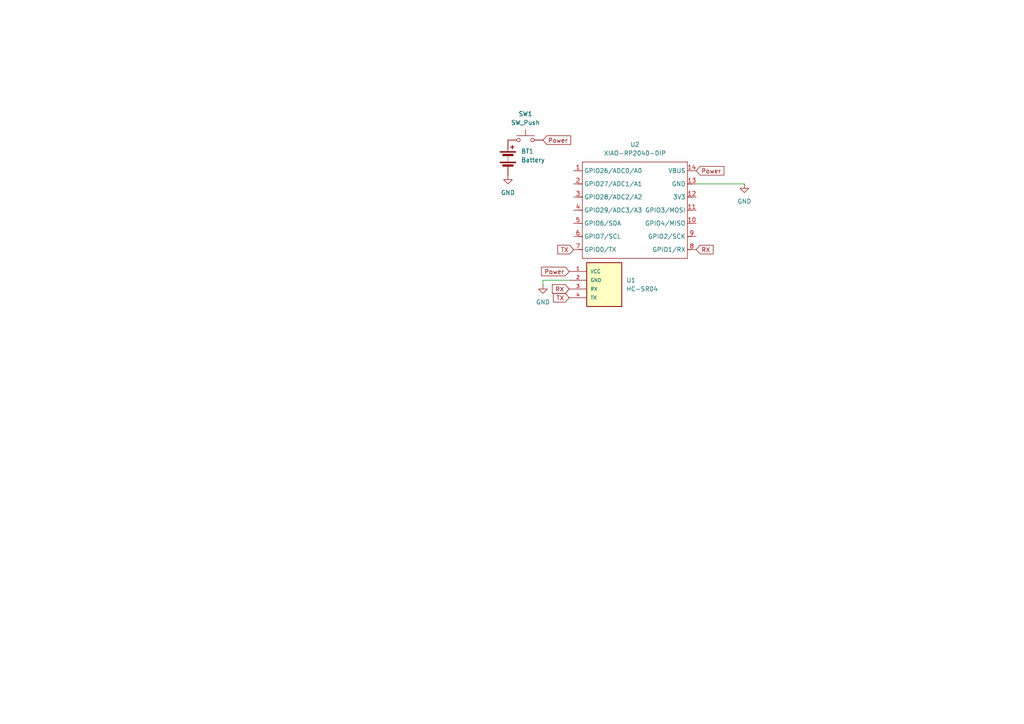
<source format=kicad_sch>
(kicad_sch (version 20250114) (generator "eeschema") (generator_version "9.0")
  (paper "A4")
  (lib_symbols
    (symbol "Device:Battery" (pin_numbers (hide yes)) (pin_names (offset 0) (hide yes))
      (property "Reference" "BT" (at 2.54 2.54 0))
      (property "Value" "Battery" (at 2.54 0 0))
      (symbol "Battery_0_1"
        (rectangle (start -2.286 1.778) (end 2.286 1.524) (fill (type outline)))
        (rectangle (start -2.286 -1.27) (end 2.286 -1.524) (fill (type outline)))
        (rectangle (start -1.524 1.016) (end 1.524 0.508) (fill (type outline)))
        (rectangle (start -1.524 -2.032) (end 1.524 -2.54) (fill (type outline)))
        (polyline (pts (xy 0 1.778) (xy 0 2.54)))
        (polyline (pts (xy 0 0) (xy 0 0.254)))
        (polyline (pts (xy 0 -0.508) (xy 0 -0.254)))
        (polyline (pts (xy 0 -1.016) (xy 0 -0.762)))
        (polyline (pts (xy 0.762 3.048) (xy 1.778 3.048)) (stroke (width 0.254)))
        (polyline (pts (xy 1.27 3.556) (xy 1.27 2.54)) (stroke (width 0.254)))
      )
      (symbol "Battery_1_1"
        (pin passive line (at 0 5.08 270) (length 2.54) (name "+") (number "1"))
        (pin passive line (at 0 -5.08 90) (length 2.54) (name "-") (number "2"))
      )
    )
    (symbol "HC-SR04:HC-SR04" (pin_names (offset 1.016))
      (property "Reference" "U1" (at 11.43 0.0001 0))
      (property "Value" "HC-SR04" (at 11.43 -2.5399 0))
      (symbol "HC-SR04_0_0"
        (rectangle (start 0 -7.62) (end 10.16 5.08) (stroke (width 0.254)) (fill (type background)))
        (pin power_in line (at -5.08 2.54 0) (length 5.08) (name "VCC") (number "1"))
      )
      (symbol "HC-SR04_1_0"
        (pin bidirectional line (at -5.08 0 0) (length 5.08) (name "GND") (number "2"))
        (pin bidirectional line (at -5.08 -2.54 0) (length 5.08) (name "RX") (number "3"))
        (pin power_in line (at -5.08 -5.08 0) (length 5.08) (name "TX") (number "4"))
      )
    )
    (symbol "Seeed_Studio_XIAO_Series:XIAO-RP2040-DIP"
      (property "Reference" "U" (at 0 0 0))
      (property "Value" "XIAO-RP2040-DIP" (at 5.334 -1.778 0))
      (symbol "XIAO-RP2040-DIP_1_0"
        (polyline (pts (xy -1.27 -2.54) (xy 29.21 -2.54)) (stroke (width 0.1524)))
        (polyline (pts (xy -1.27 -5.08) (xy -2.54 -5.08)) (stroke (width 0.1524)))
        (polyline (pts (xy -1.27 -5.08) (xy -1.27 -2.54)) (stroke (width 0.1524)))
        (polyline (pts (xy -1.27 -8.89) (xy -2.54 -8.89)) (stroke (width 0.1524)))
        (polyline (pts (xy -1.27 -8.89) (xy -1.27 -5.08)) (stroke (width 0.1524)))
        (polyline (pts (xy -1.27 -12.7) (xy -2.54 -12.7)) (stroke (width 0.1524)))
        (polyline (pts (xy -1.27 -12.7) (xy -1.27 -8.89)) (stroke (width 0.1524)))
        (polyline (pts (xy -1.27 -16.51) (xy -2.54 -16.51)) (stroke (width 0.1524)))
        (polyline (pts (xy -1.27 -16.51) (xy -1.27 -12.7)) (stroke (width 0.1524)))
        (polyline (pts (xy -1.27 -20.32) (xy -2.54 -20.32)) (stroke (width 0.1524)))
        (polyline (pts (xy -1.27 -24.13) (xy -2.54 -24.13)) (stroke (width 0.1524)))
        (polyline (pts (xy -1.27 -27.94) (xy -2.54 -27.94)) (stroke (width 0.1524)))
        (polyline (pts (xy -1.27 -30.48) (xy -1.27 -16.51)) (stroke (width 0.1524)))
        (polyline (pts (xy 29.21 -2.54) (xy 29.21 -5.08)) (stroke (width 0.1524)))
        (polyline (pts (xy 29.21 -5.08) (xy 29.21 -8.89)) (stroke (width 0.1524)))
        (polyline (pts (xy 29.21 -8.89) (xy 29.21 -12.7)) (stroke (width 0.1524)))
        (polyline (pts (xy 29.21 -12.7) (xy 29.21 -30.48)) (stroke (width 0.1524)))
        (polyline (pts (xy 29.21 -30.48) (xy -1.27 -30.48)) (stroke (width 0.1524)))
        (polyline (pts (xy 30.48 -5.08) (xy 29.21 -5.08)) (stroke (width 0.1524)))
        (polyline (pts (xy 30.48 -8.89) (xy 29.21 -8.89)) (stroke (width 0.1524)))
        (polyline (pts (xy 30.48 -12.7) (xy 29.21 -12.7)) (stroke (width 0.1524)))
        (polyline (pts (xy 30.48 -16.51) (xy 29.21 -16.51)) (stroke (width 0.1524)))
        (polyline (pts (xy 30.48 -20.32) (xy 29.21 -20.32)) (stroke (width 0.1524)))
        (polyline (pts (xy 30.48 -24.13) (xy 29.21 -24.13)) (stroke (width 0.1524)))
        (polyline (pts (xy 30.48 -27.94) (xy 29.21 -27.94)) (stroke (width 0.1524)))
        (pin passive line (at -3.81 -5.08 0) (length 2.54) (name "GPIO26/ADC0/A0") (number "1"))
        (pin passive line (at -3.81 -8.89 0) (length 2.54) (name "GPIO27/ADC1/A1") (number "2"))
        (pin passive line (at -3.81 -12.7 0) (length 2.54) (name "GPIO28/ADC2/A2") (number "3"))
        (pin passive line (at -3.81 -16.51 0) (length 2.54) (name "GPIO29/ADC3/A3") (number "4"))
        (pin passive line (at -3.81 -20.32 0) (length 2.54) (name "GPIO6/SDA") (number "5"))
        (pin passive line (at -3.81 -24.13 0) (length 2.54) (name "GPIO7/SCL") (number "6"))
        (pin passive line (at -3.81 -27.94 0) (length 2.54) (name "GPIO0/TX") (number "7"))
        (pin passive line (at 31.75 -5.08 180) (length 2.54) (name "VBUS") (number "14"))
        (pin passive line (at 31.75 -8.89 180) (length 2.54) (name "GND") (number "13"))
        (pin passive line (at 31.75 -12.7 180) (length 2.54) (name "3V3") (number "12"))
        (pin passive line (at 31.75 -16.51 180) (length 2.54) (name "GPIO3/MOSI") (number "11"))
        (pin passive line (at 31.75 -20.32 180) (length 2.54) (name "GPIO4/MISO") (number "10"))
        (pin passive line (at 31.75 -24.13 180) (length 2.54) (name "GPIO2/SCK") (number "9"))
        (pin passive line (at 31.75 -27.94 180) (length 2.54) (name "GPIO1/RX") (number "8"))
      )
    )
    (symbol "Switch:SW_Push" (pin_numbers (hide yes)) (pin_names (offset 1.016) (hide yes))
      (property "Reference" "SW" (at 1.27 2.54 0))
      (property "Value" "SW_Push" (at 0 -1.524 0))
      (symbol "SW_Push_0_1"
        (circle (center -2.032 0) (radius 0.508))
        (polyline (pts (xy 0 1.27) (xy 0 3.048)))
        (circle (center 2.032 0) (radius 0.508))
        (polyline (pts (xy 2.54 1.27) (xy -2.54 1.27)))
        (pin passive line (at -5.08 0 0) (length 2.54) (name "1") (number "1"))
        (pin passive line (at 5.08 0 180) (length 2.54) (name "2") (number "2"))
      )
    )
    (symbol "power:GND" (power) (pin_numbers (hide yes)) (pin_names (offset 0) (hide yes))
      (property "Value" "GND" (at 0 -3.81 0))
      (symbol "GND_0_1"
        (polyline (pts (xy 0 0) (xy 0 -1.27) (xy 1.27 -1.27) (xy 0 -2.54) (xy -1.27 -1.27) (xy 0 -1.27)))
      )
      (symbol "GND_1_1"
        (pin power_in line (at 0 0 270) (length 0) (name "~") (number "1"))
      )
    )
  )
  (wire (pts (xy 165.1 81.28) (xy 157.48 81.28)))
  (wire (pts (xy 201.93 53.34) (xy 215.9 53.34)))
  (wire (pts (xy 157.48 81.28) (xy 157.48 82.55)))
  (global_label "RX" (shape input) (at 165.1 83.82 180) (property "Intersheetrefs" "${INTERSHEET_REFS}" (effects (hide yes))))
  (global_label "TX" (shape input) (at 166.37 72.39 180) (property "Intersheetrefs" "${INTERSHEET_REFS}" (effects (hide yes))))
  (global_label "Power" (shape input) (at 201.93 49.53 0) (property "Intersheetrefs" "${INTERSHEET_REFS}" (effects (hide yes))))
  (global_label "TX" (shape input) (at 165.1 86.36 180) (property "Intersheetrefs" "${INTERSHEET_REFS}" (effects (hide yes))))
  (global_label "Power" (shape input) (at 157.48 40.64 0) (property "Intersheetrefs" "${INTERSHEET_REFS}" (effects (hide yes))))
  (global_label "RX" (shape input) (at 201.93 72.39 0) (property "Intersheetrefs" "${INTERSHEET_REFS}" (effects (hide yes))))
  (global_label "Power" (shape input) (at 165.1 78.74 180) (property "Intersheetrefs" "${INTERSHEET_REFS}" (effects (hide yes))))
  (symbol (lib_id "power:GND") (at 147.32 50.8 0) (unit 1)
    (property "Reference" "#PWR01" (effects (hide yes)))
    (property "Value" "GND" (at 147.32 55.88 0))
    (property "Description" "Power symbol creates a global label with name \"GND\" , ground" (effects (hide yes)))
  )
  (symbol (lib_id "Seeed_Studio_XIAO_Series:XIAO-RP2040-DIP") (at 170.18 44.45 0) (unit 1)
    (property "Reference" "U2" (at 184.15 41.91 0))
    (property "Value" "XIAO-RP2040-DIP" (at 184.15 44.45 0))
    (property "Footprint" "Module:MOUDLE14P-XIAO-DIP-SMD" (effects (hide yes)))
  )
  (symbol (lib_id "power:GND") (at 157.48 82.55 0) (unit 1)
    (property "Reference" "#PWR02" (effects (hide yes)))
    (property "Value" "GND" (at 157.48 87.63 0))
    (property "Description" "Power symbol creates a global label with name \"GND\" , ground" (effects (hide yes)))
  )
  (symbol (lib_id "power:GND") (at 215.9 53.34 0) (unit 1)
    (property "Reference" "#PWR03" (effects (hide yes)))
    (property "Value" "GND" (at 215.9 58.42 0))
    (property "Description" "Power symbol creates a global label with name \"GND\" , ground" (effects (hide yes)))
  )
  (symbol (lib_id "HC-SR04:HC-SR04") (at 170.18 81.28 0) (unit 1)
    (property "Reference" "U1" (at 181.61 81.2799 0) (effects (justify left)))
    (property "Value" "HC-SR04" (at 181.61 83.8199 0) (effects (justify left)))
    (property "Footprint" "HC-SR04:XCVR_HC-SR04" (effects (hide yes)))
    (property "MF" "SparkFun Electronics" (effects (hide yes)))
    (property "Description_1" "HC-SR04 Ultrasonic Sensor Qwiic Platform Evaluation Expansion Board" (effects (hide yes)))
    (property "Package" "None" (effects (hide yes)))
    (property "Price" "None" (effects (hide yes)))
    (property "Check_prices" "https://www.snapeda.com/parts/HC-SR04/SparkFun/view-part/?ref=eda" (effects (hide yes)))
    (property "SnapEDA_Link" "https://www.snapeda.com/parts/HC-SR04/SparkFun/view-part/?ref=snap" (effects (hide yes)))
    (property "MP" "HC-SR04" (effects (hide yes)))
    (property "Availability" "Not in stock" (effects (hide yes)))
    (property "MANUFACTURER" "Osepp" (effects (hide yes)))
  )
  (symbol (lib_id "Device:Battery") (at 147.32 45.72 0) (unit 1)
    (property "Reference" "BT1" (at 151.13 43.8784 0) (effects (justify left)))
    (property "Value" "Battery" (at 151.13 46.4184 0) (effects (justify left)))
    (property "Description" "Multiple-cell battery" (effects (hide yes)))
  )
  (symbol (lib_id "Switch:SW_Push") (at 152.4 40.64 0) (unit 1)
    (property "Reference" "SW1" (at 152.4 33.02 0))
    (property "Value" "SW_Push" (at 152.4 35.56 0))
    (property "Description" "Push button switch, generic, two pins" (effects (hide yes)))
  )
)
</source>
